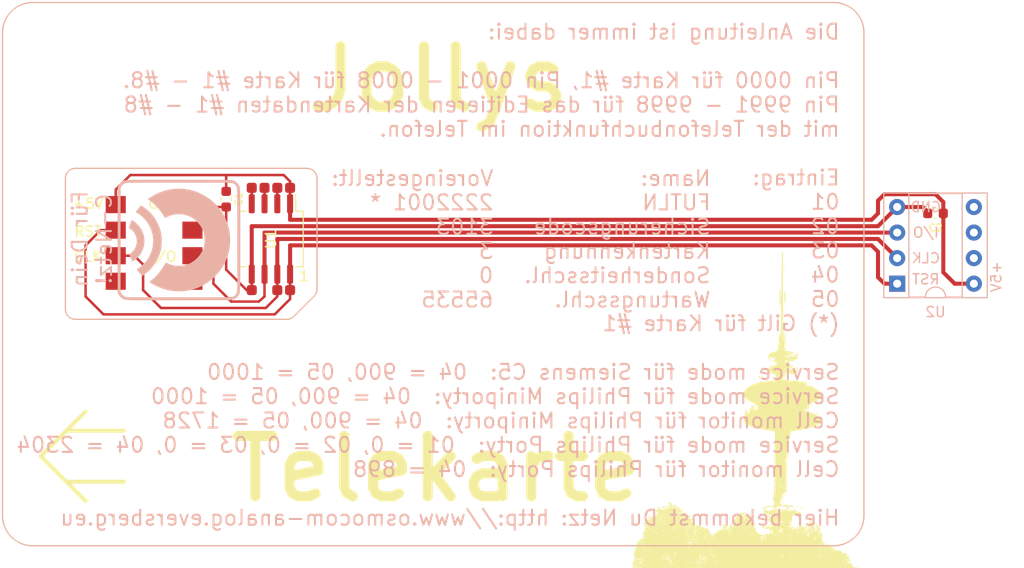
<source format=kicad_pcb>
(kicad_pcb (version 20211014) (generator pcbnew)
  (title_block (title "C-Netz SIM card emulator") (date "2022-06-01") (rev "V2.0") (company "Jolly") (comment 1 "Use 0.8mm PCB, not more!!!"))
  (layers (0 "F.Cu" signal) (31 "B.Cu" signal) (34 "B.Paste" user) (35 "F.Paste" user) (36 "B.SilkS" user "B.Silkscreen") (37 "F.SilkS" user "F.Silkscreen") (38 "B.Mask" user) (39 "F.Mask" user) (44 "Edge.Cuts" user))
  (net 0 "")
  (net 1 "+5V")
  (net 2 "GND")
  (net 3 "Net-(TP3-Pad1)")
  (net 4 "Net-(TP4-Pad1)")
  (net 5 "Net-(TP5-Pad1)")
  (net 6 "Net-(J1-Pad3)")
  (net 7 "Net-(J1-Pad2)")
  (net 8 "Net-(J1-Pad7)")
  (footprint "simkarte:tp_for_sim" (layer "F.Cu") (at 135.255 92.075)
    (fp_text reference "TP1" hide)
    (fp_text value "VCC" hide)
    (pad "1" smd roundrect locked (at 0 0) (size 1 1) (layers "F.Cu" "F.Paste" "F.Mask") (net 1 "+5V"))
  )
  (footprint "simkarte:tp_for_sim" (layer "F.Cu") (at 131.445 102.235)
    (fp_text reference "TP2" hide)
    (fp_text value "GND" hide)
    (pad "1" smd roundrect locked (at 0 0) (size 1 1) (layers "F.Cu" "F.Paste" "F.Mask") (net 2 "GND"))
  )
  (footprint "simkarte:tp_for_sim" (layer "F.Cu") (at 131.445 92.075)
    (fp_text reference "TP3" hide)
    (fp_text value "MOSI" hide)
    (pad "1" smd roundrect locked (at 0 0) (size 1 1) (layers "F.Cu" "F.Paste" "F.Mask") (net 3 "Net-(TP3-Pad1)"))
  )
  (footprint "simkarte:tp_for_sim" (layer "F.Cu") (at 132.715 92.075)
    (fp_text reference "TP4" hide)
    (fp_text value "MISO" hide)
    (pad "1" smd roundrect locked (at 0 0) (size 1 1) (layers "F.Cu" "F.Paste" "F.Mask") (net 4 "Net-(TP4-Pad1)"))
  )
  (footprint "simkarte:tp_for_sim" (layer "F.Cu") (at 133.985 92.075)
    (fp_text reference "TP5" hide)
    (fp_text value "SCK" hide)
    (pad "1" smd roundrect locked (at 0 0) (size 1 1) (layers "F.Cu" "F.Paste" "F.Mask") (net 5 "Net-(TP5-Pad1)"))
  )
  (footprint "simkarte:tp_for_sim" (layer "F.Cu") (at 133.985 102.235)
    (fp_text reference "TP6" hide)
    (fp_text value "CLOCK" hide)
    (pad "1" smd roundrect locked (at 0 0) (size 1 1) (layers "F.Cu" "F.Paste" "F.Mask") (net 6 "Net-(J1-Pad3)"))
  )
  (footprint "simkarte:tp_for_sim" (layer "F.Cu") (at 135.255 102.235)
    (fp_text reference "TP7" hide)
    (fp_text value "RESET" hide)
    (pad "1" smd roundrect locked (at 0 0) (size 1 1) (layers "F.Cu" "F.Paste" "F.Mask") (net 7 "Net-(J1-Pad2)"))
  )
  (footprint "Capacitor_SMD:C_0603_1608Metric" (layer "F.Cu") (at 128.905 93.205 -90)
    (fp_text reference "C1" (at 0 -1.27 90) (layer "F.SilkS") (effects (font (size 0.7 0.7))))
    (fp_text value "C")
    (pad "1" smd roundrect (at -0.775 0 270) (size 0.9 0.95) (layers "F.Cu" "F.Paste" "F.Mask") (net 1 "+5V"))
    (pad "2" smd roundrect (at 0.775 0 270) (size 0.9 0.95) (layers "F.Cu" "F.Paste" "F.Mask") (net 2 "GND"))
  )
  (footprint "Capacitor_SMD:C_0603_1608Metric" (layer "F.Cu") (at 199.39 94.615 180)
    (fp_text reference "C2" (at 0 -1.43) (layer "F.SilkS") (effects (font (size 0.7 0.7))))
    (fp_text value "C")
    (pad "1" smd roundrect (at -0.775 0 180) (size 0.9 0.95) (layers "F.Cu" "F.Paste" "F.Mask") (net 1 "+5V"))
    (pad "2" smd roundrect (at 0.775 0 180) (size 0.9 0.95) (layers "F.Cu" "F.Paste" "F.Mask") (net 2 "GND"))
  )
  (footprint "simkarte:SIM-Pads" (layer "F.Cu") (at 106.68 73.66)
    (fp_text reference "J1" hide)
    (fp_text value "SIM_Card" hide)
    (pad "1" smd rect locked (at 11.25 20.08) (size 2 1.7) (layers "F.Cu" "F.Paste" "F.Mask") (net 1 "+5V"))
    (pad "2" smd rect locked (at 11.25 22.62) (size 2 1.7) (layers "F.Cu" "F.Paste" "F.Mask") (net 7 "Net-(J1-Pad2)"))
    (pad "3" smd rect locked (at 11.25 25.16) (size 2 1.7) (layers "F.Cu" "F.Paste" "F.Mask") (net 6 "Net-(J1-Pad3)"))
    (pad "4" smd rect locked (at 11.25 27.7) (size 2 1.7) (layers "F.Cu" "F.Paste" "F.Mask"))
    (pad "5" smd rect locked (at 18.87 20.08) (size 2 1.7) (layers "F.Cu" "F.Paste" "F.Mask") (net 2 "GND"))
    (pad "6" smd rect locked (at 18.87 22.62) (size 2 1.7) (layers "F.Cu" "F.Paste" "F.Mask"))
    (pad "7" smd rect locked (at 18.87 25.16) (size 2 1.7) (layers "F.Cu" "F.Paste" "F.Mask") (net 8 "Net-(J1-Pad7)"))
    (pad "8" smd rect locked (at 18.87 27.7) (size 2 1.7) (layers "F.Cu" "F.Paste" "F.Mask"))
  )
  (footprint "simkarte:stollberg" (layer "F.Cu") (at 184.337199 113.151414)
    (fp_text reference "G***" (at 0 0) (layer "F.SilkS") (effects (font (size 1.524 1.524) (thickness 0.3))))
    (fp_text value "LOGO" hide)
  )
  (footprint "simkarte:SO-8_falschrum" (layer "F.Cu") (at 133.35 97.155 -90)
    (fp_text reference "U1" (at 0 0 90) (layer "F.SilkS"))
    (fp_text value "ATtiny85-20PU")
    (pad "1" smd roundrect (at 3.5 -1.905 270) (size 1.9 0.6) (layers "F.Cu" "F.Paste" "F.Mask") (net 7 "Net-(J1-Pad2)"))
    (pad "2" smd roundrect (at 3.5 -0.635 270) (size 1.9 0.6) (layers "F.Cu" "F.Paste" "F.Mask") (net 6 "Net-(J1-Pad3)"))
    (pad "3" smd roundrect (at 3.5 0.635 270) (size 1.9 0.6) (layers "F.Cu" "F.Paste" "F.Mask") (net 8 "Net-(J1-Pad7)"))
    (pad "4" smd roundrect (at 3.5 1.905 270) (size 1.9 0.6) (layers "F.Cu" "F.Paste" "F.Mask") (net 2 "GND"))
    (pad "5" smd roundrect (at -3.5 1.905 270) (size 1.9 0.6) (layers "F.Cu" "F.Paste" "F.Mask") (net 3 "Net-(TP3-Pad1)"))
    (pad "6" smd roundrect (at -3.5 0.635 270) (size 1.9 0.6) (layers "F.Cu" "F.Paste" "F.Mask") (net 4 "Net-(TP4-Pad1)"))
    (pad "7" smd roundrect (at -3.5 -0.635 270) (size 1.9 0.6) (layers "F.Cu" "F.Paste" "F.Mask") (net 5 "Net-(TP5-Pad1)"))
    (pad "8" smd roundrect (at -3.5 -1.905 270) (size 1.9 0.6) (layers "F.Cu" "F.Paste" "F.Mask") (net 1 "+5V"))
  )
  (footprint "Package_DIP:DIP-8_W7.62mm_Socket" (layer "B.Cu") (at 195.58 101.6)
    (fp_text reference "U2" (at 3.81 2.81 180) (layer "B.SilkS") (effects (justify mirror)))
    (fp_text value "ATtiny85-20PU")
    (pad "1" thru_hole rect (at 0 0) (size 1.6 1.6) (drill 0.8) (layers *.Cu *.Mask) (net 7 "Net-(J1-Pad2)"))
    (pad "2" thru_hole oval (at 0 -2.54) (size 1.6 1.6) (drill 0.8) (layers *.Cu *.Mask) (net 6 "Net-(J1-Pad3)"))
    (pad "3" thru_hole oval (at 0 -5.08) (size 1.6 1.6) (drill 0.8) (layers *.Cu *.Mask) (net 8 "Net-(J1-Pad7)"))
    (pad "4" thru_hole oval (at 0 -7.62) (size 1.6 1.6) (drill 0.8) (layers *.Cu *.Mask) (net 2 "GND"))
    (pad "5" thru_hole oval (at 7.62 -7.62) (size 1.6 1.6) (drill 0.8) (layers *.Cu *.Mask))
    (pad "6" thru_hole oval (at 7.62 -5.08) (size 1.6 1.6) (drill 0.8) (layers *.Cu *.Mask))
    (pad "7" thru_hole oval (at 7.62 -2.54) (size 1.6 1.6) (drill 0.8) (layers *.Cu *.Mask))
    (pad "8" thru_hole oval (at 7.62 0) (size 1.6 1.6) (drill 0.8) (layers *.Cu *.Mask) (net 1 "+5V"))
  )
  (footprint "simkarte:ctel" (layer "B.Cu") (at 124.206 97.4 180)
    (fp_text reference "G***" hide)
    (fp_text value "LOGO" hide)
  )
  (gr_line (start 114.935 123.19) (end 110.49 118.745) (layer "F.SilkS") (width 0.4))
  (gr_line (start 113.03 121.285) (end 118.745 121.285) (layer "F.SilkS") (width 0.4))
  (gr_line (start 110.49 118.745) (end 114.935 114.3) (layer "F.SilkS") (width 0.4))
  (gr_line (start 113.03 116.205) (end 118.745 116.205) (layer "F.SilkS") (width 0.4))
  (gr_line (start 189.28 73.66) (end 109.68 73.66) (layer "Edge.Cuts") (width 0.001))
  (gr_line (start 192.28 76.66) (end 192.28 90.66) (layer "Edge.Cuts") (width 0.001))
  (gr_arc (start 192.28 90.66) (mid 208.188713 97.66) (end 192.28 104.66) (layer "Edge.Cuts") (width 0.001))
  (gr_line (start 192.28 124.64) (end 192.28 104.66) (layer "Edge.Cuts") (width 0.001))
  (gr_arc (start 109.68 127.64) (mid 107.55868 126.76132) (end 106.68 124.64) (layer "Edge.Cuts") (width 0.001))
  (gr_line (start 109.68 127.64) (end 189.28 127.64) (layer "Edge.Cuts") (width 0.001))
  (gr_arc (start 189.28 73.66) (mid 191.40132 74.53868) (end 192.28 76.66) (layer "Edge.Cuts") (width 0.001))
  (gr_arc (start 192.28 124.64) (mid 191.40132 126.76132) (end 189.28 127.64) (layer "Edge.Cuts") (width 0.001))
  (gr_arc (start 106.68 76.66) (mid 107.55868 74.53868) (end 109.68 73.66) (layer "Edge.Cuts") (width 0.001))
  (gr_line (start 106.68 76.66) (end 106.68 124.64) (layer "Edge.Cuts") (width 0.001))
  (gr_text "Voreingestellt:\n2222001 *\n3103\n3\n0\n65535" (at 155.575 97.155) (layer "B.SilkS") (effects (font (size 1.5 1.5) (thickness 0.2)) (justify left mirror)))
  (gr_text "Die Anleitung ist immer dabei:\n\nPin 0000 für Karte #1, Pin 0001 - 0008 für Karte #1 - #8.\nPin 9991 - 9998 für das Editieren der Kartendaten #1 - #8\nmit der Telefonbuchfunktion im Telefon.\n\nEintrag:\n01\n02\n03\n04\n05\n(*) Gilt für Karte #1\n\nService mode für Siemens C5:  04 = 900, 05 = 1000\nService mode für Philips Miniporty:  04 = 900, 05 = 1000\nCell monitor für Philips Miniporty:  04 = 900, 05 = 1728\nService mode für Philips Porty:  01 = 0, 02 = 0, 03 = 0, 04 = 2304\nCell monitor für Philips Porty:  04 = 898\n\nHier bekommst Du Netz: http://www.osmocom-analog.eversberg.eu" (at 189.99 100.72) (layer "B.SilkS") (effects (font (size 1.5 1.5) (thickness 0.2)) (justify left mirror)))
  (gr_text "RST" (at 198.43 101.16) (layer "B.SilkS") (effects (font (size 1 1)) (justify mirror)))
  (gr_text "Für Dein\nC-Netz!" (at 115.57 97.155 90) (layer "B.SilkS") (effects (font (size 1.5 1.5) (thickness 0.2)) (justify mirror)))
  (gr_text "Name:\nFUTLN\nSicherungscode\nKartenkennung\nSonderheitsschl.\nWartungsschl." (at 177.165 97.155) (layer "B.SilkS") (effects (font (size 1.5 1.5) (thickness 0.2)) (justify left mirror)))
  (gr_text "CLK" (at 198.43 99.06) (layer "B.SilkS") (effects (font (size 1 1)) (justify mirror)))
  (gr_text "GND" (at 198.43 93.98) (layer "B.SilkS") (effects (font (size 1 1)) (justify mirror)))
  (gr_text "+5V" (at 205.43 100.91 90) (layer "B.SilkS") (effects (font (size 1 1)) (justify mirror)))
  (gr_text "I/O" (at 198.43 96.52) (layer "B.SilkS") (effects (font (size 1 1)) (justify mirror)))
  (gr_text "Telekarte" (at 149.79 120) (layer "F.SilkS") (effects (font (size 6 6) (thickness 1))))
  (gr_text "Jollys" (at 149.99 81.28) (layer "F.SilkS") (effects (font (size 6 6) (thickness 1))))
  (gr_text "I/O" (at 122.68 98.91) (layer "F.SilkS") (effects (font (size 1 1))))
  (gr_text "CLK" (at 115.18 98.91) (layer "F.SilkS") (effects (font (size 1 1))))
  (gr_text "1" (at 136.652 100.838) (layer "F.SilkS") (effects (font (size 1 1))))
  (gr_text "RST\n" (at 115.18 96.41) (layer "F.SilkS") (effects (font (size 1 1))))
  (gr_text "GND" (at 122.68 93.66) (layer "F.SilkS") (effects (font (size 1 1))))
  (gr_text "+5V" (at 115.18 93.66) (layer "F.SilkS") (effects (font (size 1 1))))
  (segment (start 193.675 93.345) (end 194.31 92.71) (width 0.4) (layer "F.Cu") (net 1))
  (segment (start 200.165 100.47) (end 200.165 94.615) (width 0.4) (layer "F.Cu") (net 1))
  (segment (start 199.39 92.71) (end 200.165 93.485) (width 0.4) (layer "F.Cu") (net 1))
  (segment (start 117.93 92.255) (end 117.93 93.74) (width 0.25) (layer "F.Cu") (net 1))
  (segment (start 135.255 94.072) (end 135.255 95.25) (width 0.4) (layer "F.Cu") (net 1))
  (segment (start 203.2 101.6) (end 201.295 101.6) (width 0.4) (layer "F.Cu") (net 1))
  (segment (start 135.255 92.075) (end 135.255 94.072) (width 0.25) (layer "F.Cu") (net 1))
  (segment (start 135.255 91.44) (end 134.62 90.805) (width 0.25) (layer "F.Cu") (net 1))
  (segment (start 128.905 92.43) (end 128.905 90.805) (width 0.25) (layer "F.Cu") (net 1))
  (segment (start 201.295 101.6) (end 200.165 100.47) (width 0.4) (layer "F.Cu") (net 1))
  (segment (start 194.31 92.71) (end 199.39 92.71) (width 0.4) (layer "F.Cu") (net 1))
  (segment (start 135.255 95.25) (end 193.04 95.25) (width 0.4) (layer "F.Cu") (net 1))
  (segment (start 200.165 93.485) (end 200.165 94.615) (width 0.4) (layer "F.Cu") (net 1))
  (segment (start 193.675 94.615) (end 193.675 93.345) (width 0.4) (layer "F.Cu") (net 1))
  (segment (start 193.04 95.25) (end 193.675 94.615) (width 0.4) (layer "F.Cu") (net 1))
  (segment (start 135.255 92.075) (end 135.255 91.44) (width 0.25) (layer "F.Cu") (net 1))
  (segment (start 134.62 90.805) (end 119.38 90.805) (width 0.25) (layer "F.Cu") (net 1))
  (segment (start 119.38 90.805) (end 117.93 92.255) (width 0.25) (layer "F.Cu") (net 1))
  (segment (start 125.79 93.98) (end 125.55 93.74) (width 0.25) (layer "F.Cu") (net 2))
  (segment (start 131.445 95.885) (end 193.675 95.885) (width 0.4) (layer "F.Cu") (net 2))
  (segment (start 131.445 99.222) (end 131.445 102.235) (width 0.25) (layer "F.Cu") (net 2))
  (segment (start 198.615 94.475) (end 198.12 93.98) (width 0.4) (layer "F.Cu") (net 2))
  (segment (start 193.675 95.885) (end 195.58 93.98) (width 0.4) (layer "F.Cu") (net 2))
  (segment (start 128.905 100.203) (end 130.937 102.235) (width 0.25) (layer "F.Cu") (net 2))
  (segment (start 198.615 94.615) (end 198.615 94.475) (width 0.4) (layer "F.Cu") (net 2))
  (segment (start 128.905 93.98) (end 128.905 100.203) (width 0.25) (layer "F.Cu") (net 2))
  (segment (start 198.12 93.98) (end 195.58 93.98) (width 0.4) (layer "F.Cu") (net 2))
  (segment (start 131.445 100.655) (end 131.445 95.885) (width 0.4) (layer "F.Cu") (net 2))
  (segment (start 130.937 102.235) (end 131.445 102.235) (width 0.25) (layer "F.Cu") (net 2))
  (segment (start 128.905 93.98) (end 125.79 93.98) (width 0.25) (layer "F.Cu") (net 2))
  (segment (start 131.445 92.075) (end 131.445 94.072) (width 0.25) (layer "F.Cu") (net 3))
  (segment (start 132.715 92.075) (end 132.715 94.072) (width 0.25) (layer "F.Cu") (net 4))
  (segment (start 133.985 92.075) (end 133.985 94.072) (width 0.25) (layer "F.Cu") (net 5))
  (segment (start 133.985 102.87) (end 133.985 102.235) (width 0.25) (layer "F.Cu") (net 6))
  (segment (start 120.65 99.695) (end 120.65 102.235) (width 0.25) (layer "F.Cu") (net 6))
  (segment (start 133.985 97.155) (end 193.675 97.155) (width 0.4) (layer "F.Cu") (net 6))
  (segment (start 132.842 104.013) (end 133.985 102.87) (width 0.25) (layer "F.Cu") (net 6))
  (segment (start 193.675 97.155) (end 195.58 99.06) (width 0.4) (layer "F.Cu") (net 6))
  (segment (start 122.428 104.013) (end 132.842 104.013) (width 0.25) (layer "F.Cu") (net 6))
  (segment (start 133.985 99.949) (end 133.985 97.155) (width 0.4) (layer "F.Cu") (net 6))
  (segment (start 133.985 99.949) (end 133.985 102.235) (width 0.25) (layer "F.Cu") (net 6))
  (segment (start 119.775 98.82) (end 120.65 99.695) (width 0.25) (layer "F.Cu") (net 6))
  (segment (start 120.65 102.235) (end 122.428 104.013) (width 0.25) (layer "F.Cu") (net 6))
  (segment (start 117.93 98.82) (end 119.775 98.82) (width 0.25) (layer "F.Cu") (net 6))
  (segment (start 117.93 96.28) (end 116.445 96.28) (width 0.25) (layer "F.Cu") (net 7))
  (segment (start 193.04 97.79) (end 193.675 98.425) (width 0.4) (layer "F.Cu") (net 7))
  (segment (start 116.445 96.28) (end 114.935 97.79) (width 0.25) (layer "F.Cu") (net 7))
  (segment (start 193.675 98.425) (end 193.675 100.965) (width 0.4) (layer "F.Cu") (net 7))
  (segment (start 135.255 100.203) (end 135.255 102.235) (width 0.25) (layer "F.Cu") (net 7))
  (segment (start 114.935 97.79) (end 114.935 102.87) (width 0.25) (layer "F.Cu") (net 7))
  (segment (start 114.935 102.87) (end 116.713 104.648) (width 0.25) (layer "F.Cu") (net 7))
  (segment (start 135.255 103.124) (end 135.255 102.235) (width 0.25) (layer "F.Cu") (net 7))
  (segment (start 193.675 100.965) (end 194.31 101.6) (width 0.4) (layer "F.Cu") (net 7))
  (segment (start 135.255 97.79) (end 193.04 97.79) (width 0.4) (layer "F.Cu") (net 7))
  (segment (start 116.713 104.648) (end 133.731 104.648) (width 0.25) (layer "F.Cu") (net 7))
  (segment (start 194.31 101.6) (end 195.58 101.6) (width 0.4) (layer "F.Cu") (net 7))
  (segment (start 135.255 100.203) (end 135.255 97.79) (width 0.4) (layer "F.Cu") (net 7))
  (segment (start 133.731 104.648) (end 135.255 103.124) (width 0.25) (layer "F.Cu") (net 7))
  (segment (start 127.635 99.695) (end 126.76 98.82) (width 0.25) (layer "F.Cu") (net 8))
  (segment (start 132.715 99.222) (end 132.715 102.87) (width 0.25) (layer "F.Cu") (net 8))
  (segment (start 132.715 102.87) (end 132.1435 103.378) (width 0.25) (layer "F.Cu") (net 8))
  (segment (start 129.413 103.378) (end 127.635 101.6) (width 0.25) (layer "F.Cu") (net 8))
  (segment (start 132.1435 103.378) (end 129.413 103.378) (width 0.25) (layer "F.Cu") (net 8))
  (segment (start 132.715 96.52) (end 195.58 96.52) (width 0.4) (layer "F.Cu") (net 8))
  (segment (start 126.76 98.82) (end 125.55 98.82) (width 0.25) (layer "F.Cu") (net 8))
  (segment (start 132.715 100.655) (end 132.715 96.52) (width 0.4) (layer "F.Cu") (net 8))
  (segment (start 127.635 101.6) (end 127.635 99.695) (width 0.25) (layer "F.Cu") (net 8))
)
</source>
